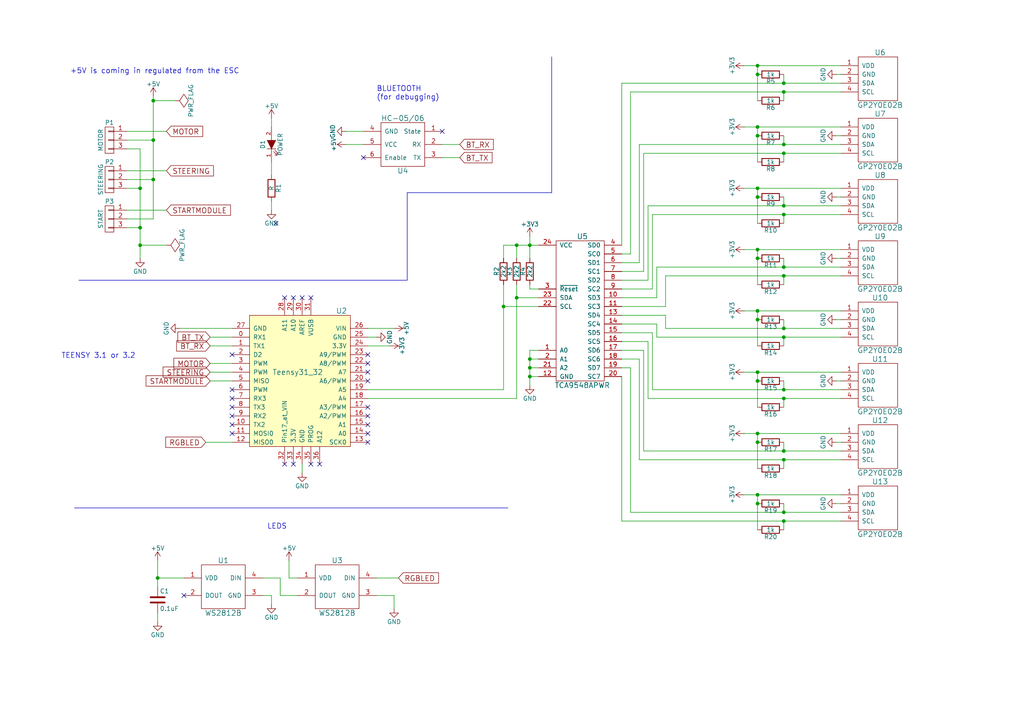
<source format=kicad_sch>
(kicad_sch (version 20230121) (generator eeschema)
  (paper "A4")
  (title_block (title "Teensy Folkrace i2c") (date "2016-03-25") (rev "1") (company "NorBot") (comment 1 "Frode Lillerud"))
  (lib_symbols
    (symbol "KiCadTeensyFolkracePro-rescue:+3.3V" (power) (pin_names (offset 0))
      (property "Value" "+3.3V" (at 0 3.556 0))
      (symbol "+3.3V_0_1"
        (polyline (pts (xy -0.762 1.27) (xy 0 2.54)))
        (polyline (pts (xy 0 0) (xy 0 2.54)))
        (polyline (pts (xy 0 2.54) (xy 0.762 1.27)))
      )
      (symbol "+3.3V_1_1"
        (pin power_in line (at 0 0 90) (length 0) hide (name "+3V3") (number "1"))
      )
    )
    (symbol "KiCadTeensyFolkracePro-rescue:+5V" (power) (pin_names (offset 0))
      (property "Value" "+5V" (at 0 3.556 0))
      (symbol "+5V_0_1"
        (polyline (pts (xy -0.762 1.27) (xy 0 2.54)))
        (polyline (pts (xy 0 0) (xy 0 2.54)))
        (polyline (pts (xy 0 2.54) (xy 0.762 1.27)))
      )
      (symbol "+5V_1_1"
        (pin power_in line (at 0 0 90) (length 0) hide (name "+5V") (number "1"))
      )
    )
    (symbol "KiCadTeensyFolkracePro-rescue:C" (pin_numbers hide) (pin_names (offset 0.254))
      (property "Reference" "C" (at 0.635 2.54 0))
      (property "Value" "C" (at 0.635 -2.54 0))
      (symbol "C_0_1"
        (polyline (pts (xy -2.032 -0.762) (xy 2.032 -0.762)) (stroke (width 0.508)))
        (polyline (pts (xy -2.032 0.762) (xy 2.032 0.762)) (stroke (width 0.508)))
      )
      (symbol "C_1_1"
        (pin passive line (at 0 3.81 270) (length 2.794) (name "~") (number "1"))
        (pin passive line (at 0 -3.81 90) (length 2.794) (name "~") (number "2"))
      )
    )
    (symbol "KiCadTeensyFolkracePro-rescue:CONN_01X03" (pin_names (offset 1.016) hide)
      (property "Reference" "P" (at 0 5.08 0))
      (property "Value" "CONN_01X03" (at 2.54 0 90))
      (symbol "CONN_01X03_0_1"
        (rectangle (start -1.27 -2.413) (end 0.254 -2.667))
        (rectangle (start -1.27 0.127) (end 0.254 -0.127))
        (rectangle (start -1.27 2.667) (end 0.254 2.413))
        (rectangle (start -1.27 3.81) (end 1.27 -3.81))
      )
      (symbol "CONN_01X03_1_1"
        (pin passive line (at -5.08 2.54 0) (length 3.81) (name "P1") (number "1"))
        (pin passive line (at -5.08 0 0) (length 3.81) (name "P2") (number "2"))
        (pin passive line (at -5.08 -2.54 0) (length 3.81) (name "P3") (number "3"))
      )
    )
    (symbol "KiCadTeensyFolkracePro-rescue:GND" (power) (pin_names (offset 0))
      (property "Value" "GND" (at 0 -3.81 0))
      (symbol "GND_0_1"
        (polyline (pts (xy 0 0) (xy 0 -1.27) (xy 1.27 -1.27) (xy 0 -2.54) (xy -1.27 -1.27) (xy 0 -1.27)))
      )
      (symbol "GND_1_1"
        (pin power_in line (at 0 0 270) (length 0) hide (name "GND") (number "1"))
      )
    )
    (symbol "KiCadTeensyFolkracePro-rescue:GP2Y0E02B-RESCUE-KiCadTeensyFolkracePro" (pin_names (offset 1.016))
      (property "Reference" "U" (at 0 7.62 0))
      (property "Value" "GP2Y0E02B-RESCUE-KiCadTeensyFolkracePro" (at 0 -7.62 0))
      (symbol "GP2Y0E02B-RESCUE-KiCadTeensyFolkracePro_0_1"
        (rectangle (start -6.35 6.35) (end 5.08 -6.35))
      )
      (symbol "GP2Y0E02B-RESCUE-KiCadTeensyFolkracePro_1_1"
        (pin power_in line (at -11.43 3.81 0) (length 5.08) (name "VDD") (number "1"))
        (pin power_in line (at -11.43 1.27 0) (length 5.08) (name "GND") (number "2"))
        (pin input line (at -11.43 -1.27 0) (length 5.08) (name "SDA") (number "3"))
        (pin input line (at -11.43 -3.81 0) (length 5.08) (name "SCL") (number "4"))
      )
    )
    (symbol "KiCadTeensyFolkracePro-rescue:HC-05/06" (pin_names (offset 1.016))
      (property "Reference" "U" (at 0 -7.62 0))
      (property "Value" "HC-05/06" (at 0 7.62 0))
      (symbol "HC-05/06_0_1"
        (rectangle (start -6.35 6.35) (end 6.35 -6.35))
      )
      (symbol "HC-05/06_1_1"
        (pin output line (at 11.43 3.81 180) (length 5.08) (name "State") (number "1"))
        (pin input line (at 11.43 0 180) (length 5.08) (name "RX") (number "2"))
        (pin output line (at 11.43 -3.81 180) (length 5.08) (name "TX") (number "3"))
        (pin power_in line (at -11.43 3.81 0) (length 5.08) (name "GND") (number "4"))
        (pin power_in line (at -11.43 0 0) (length 5.08) (name "VCC") (number "5"))
        (pin input line (at -11.43 -3.81 0) (length 5.08) (name "Enable") (number "6"))
      )
    )
    (symbol "KiCadTeensyFolkracePro-rescue:LED" (pin_names (offset 1.016) hide)
      (property "Reference" "D" (at 0 2.54 0))
      (property "Value" "LED" (at 0 -2.54 0))
      (symbol "LED_0_1"
        (polyline (pts (xy -1.27 1.27) (xy -1.27 -1.27)))
        (polyline (pts (xy -2.032 -0.635) (xy -3.175 -1.651) (xy -3.048 -1.016)))
        (polyline (pts (xy -1.651 -1.016) (xy -2.794 -2.032) (xy -2.667 -1.397)))
        (polyline (pts (xy 1.27 1.27) (xy -1.27 0) (xy 1.27 -1.27)) (fill (type outline)))
      )
      (symbol "LED_1_1"
        (pin passive line (at -5.08 0 0) (length 3.81) (name "K") (number "1"))
        (pin passive line (at 5.08 0 180) (length 3.81) (name "A") (number "2"))
      )
    )
    (symbol "KiCadTeensyFolkracePro-rescue:PWR_FLAG" (power) (pin_numbers hide) (pin_names (offset 0) hide)
      (property "Value" "PWR_FLAG" (at 0 4.572 0))
      (symbol "PWR_FLAG_0_0"
        (pin power_out line (at 0 0 90) (length 0) (name "pwr") (number "1"))
      )
      (symbol "PWR_FLAG_0_1"
        (polyline (pts (xy 0 0) (xy 0 1.27) (xy -1.905 2.54) (xy 0 3.81) (xy 1.905 2.54) (xy 0 1.27)))
      )
    )
    (symbol "KiCadTeensyFolkracePro-rescue:R" (pin_numbers hide) (pin_names (offset 0))
      (property "Reference" "R" (at 2.032 0 90))
      (property "Value" "R" (at 0 0 90))
      (symbol "R_0_1"
        (rectangle (start -1.016 -2.54) (end 1.016 2.54) (stroke (width 0.254)))
      )
      (symbol "R_1_1"
        (pin passive line (at 0 3.81 270) (length 1.27) (name "~") (number "1"))
        (pin passive line (at 0 -3.81 90) (length 1.27) (name "~") (number "2"))
      )
    )
    (symbol "KiCadTeensyFolkracePro-rescue:TCA9548APWR" (pin_names (offset 1.016))
      (property "Reference" "U" (at 0 15.24 0))
      (property "Value" "TCA9548APWR" (at 0 -27.94 0))
      (symbol "TCA9548APWR_0_1"
        (rectangle (start -7.62 13.97) (end 6.35 -26.67))
      )
      (symbol "TCA9548APWR_1_1"
        (pin input line (at -12.7 -17.78 0) (length 5.08) (name "A0") (number "1"))
        (pin output line (at 11.43 -2.54 180) (length 5.08) (name "SD3") (number "10"))
        (pin output line (at 11.43 -5.08 180) (length 5.08) (name "SC3") (number "11"))
        (pin input line (at -12.7 -25.4 0) (length 5.08) (name "GND") (number "12"))
        (pin output line (at 11.43 -7.62 180) (length 5.08) (name "SD4") (number "13"))
        (pin output line (at 11.43 -10.16 180) (length 5.08) (name "SC4") (number "14"))
        (pin output line (at 11.43 -12.7 180) (length 5.08) (name "SD5") (number "15"))
        (pin output line (at 11.43 -15.24 180) (length 5.08) (name "SC5") (number "16"))
        (pin output line (at 11.43 -17.78 180) (length 5.08) (name "SD6") (number "17"))
        (pin output line (at 11.43 -20.32 180) (length 5.08) (name "SC6") (number "18"))
        (pin output line (at 11.43 -22.86 180) (length 5.08) (name "SD7") (number "19"))
        (pin input line (at -12.7 -20.32 0) (length 5.08) (name "A1") (number "2"))
        (pin output line (at 11.43 -25.4 180) (length 5.08) (name "SC7") (number "20"))
        (pin input line (at -12.7 -22.86 0) (length 5.08) (name "A2") (number "21"))
        (pin input line (at -12.7 -5.08 0) (length 5.08) (name "SCL") (number "22"))
        (pin input line (at -12.7 -2.54 0) (length 5.08) (name "SDA") (number "23"))
        (pin power_in line (at -12.7 12.7 0) (length 5.08) (name "VCC") (number "24"))
        (pin input line (at -12.7 0 0) (length 5.08) (name "~{Reset}") (number "3"))
        (pin output line (at 11.43 12.7 180) (length 5.08) (name "SD0") (number "4"))
        (pin output line (at 11.43 10.16 180) (length 5.08) (name "SC0") (number "5"))
        (pin output line (at 11.43 7.62 180) (length 5.08) (name "SD1") (number "6"))
        (pin output line (at 11.43 5.08 180) (length 5.08) (name "SC1") (number "7"))
        (pin output line (at 11.43 2.54 180) (length 5.08) (name "SD2") (number "8"))
        (pin output line (at 11.43 0 180) (length 5.08) (name "SC2") (number "9"))
      )
    )
    (symbol "KiCadTeensyFolkracePro-rescue:Teensy31_32" (pin_names (offset 1.016))
      (property "Reference" "U" (at 12.7 20.32 0))
      (property "Value" "Teensy31_32" (at 0 2.54 0))
      (symbol "Teensy31_32_0_1"
        (rectangle (start -13.97 19.05) (end 15.24 -19.05) (fill (type background)))
      )
      (symbol "Teensy31_32_1_1"
        (pin bidirectional line (at -19.05 12.7 0) (length 5.08) (name "RX1") (number "0"))
        (pin bidirectional line (at -19.05 10.16 0) (length 5.08) (name "TX1") (number "1"))
        (pin bidirectional line (at -19.05 -12.7 0) (length 5.08) (name "TX2") (number "10"))
        (pin bidirectional line (at -19.05 -15.24 0) (length 5.08) (name "MOSI0") (number "11"))
        (pin bidirectional line (at -19.05 -17.78 0) (length 5.08) (name "MISO0") (number "12"))
        (pin bidirectional line (at 20.32 -17.78 180) (length 5.08) (name "SCK0") (number "13"))
        (pin bidirectional line (at 20.32 -15.24 180) (length 5.08) (name "A0") (number "14"))
        (pin bidirectional line (at 20.32 -12.7 180) (length 5.08) (name "A1") (number "15"))
        (pin bidirectional line (at 20.32 -10.16 180) (length 5.08) (name "A2/PWM") (number "16"))
        (pin bidirectional line (at 20.32 -7.62 180) (length 5.08) (name "A3/PWM") (number "17"))
        (pin bidirectional line (at 20.32 -5.08 180) (length 5.08) (name "A4") (number "18"))
        (pin bidirectional line (at 20.32 -2.54 180) (length 5.08) (name "A5") (number "19"))
        (pin bidirectional line (at -19.05 7.62 0) (length 5.08) (name "D2") (number "2"))
        (pin bidirectional line (at 20.32 0 180) (length 5.08) (name "A6/PWM") (number "20"))
        (pin bidirectional line (at 20.32 2.54 180) (length 5.08) (name "A7") (number "21"))
        (pin bidirectional line (at 20.32 5.08 180) (length 5.08) (name "A8/PWM") (number "22"))
        (pin bidirectional line (at 20.32 7.62 180) (length 5.08) (name "A9/PWM") (number "23"))
        (pin power_out line (at 20.32 10.16 180) (length 5.08) (name "3.3V") (number "24"))
        (pin power_in line (at 20.32 12.7 180) (length 5.08) (name "GND") (number "25"))
        (pin power_in line (at 20.32 15.24 180) (length 5.08) (name "VIN") (number "26"))
        (pin power_in line (at -19.05 15.24 0) (length 5.08) (name "GND") (number "27"))
        (pin bidirectional line (at -3.81 24.13 270) (length 5.08) (name "A11") (number "28"))
        (pin bidirectional line (at -1.27 24.13 270) (length 5.08) (name "A10") (number "29"))
        (pin bidirectional line (at -19.05 5.08 0) (length 5.08) (name "PWM") (number "3"))
        (pin power_in line (at 1.27 24.13 270) (length 5.08) (name "AREF") (number "30"))
        (pin power_in line (at 3.81 24.13 270) (length 5.08) (name "VUSB") (number "31"))
        (pin input line (at -3.81 -24.13 90) (length 5.08) (name "Pin17_at_VIN") (number "32"))
        (pin power_out line (at -1.27 -24.13 90) (length 5.08) (name "3.3V") (number "33"))
        (pin power_in line (at 1.27 -24.13 90) (length 5.08) (name "GND") (number "34"))
        (pin input line (at 3.81 -24.13 90) (length 5.08) (name "PROG") (number "35"))
        (pin input line (at 6.35 -24.13 90) (length 5.08) (name "A12") (number "36"))
        (pin bidirectional line (at -19.05 2.54 0) (length 5.08) (name "PWM") (number "4"))
        (pin bidirectional line (at -19.05 0 0) (length 5.08) (name "MISO") (number "5"))
        (pin bidirectional line (at -19.05 -2.54 0) (length 5.08) (name "PWM") (number "6"))
        (pin bidirectional line (at -19.05 -5.08 0) (length 5.08) (name "RX3") (number "7"))
        (pin bidirectional line (at -19.05 -7.62 0) (length 5.08) (name "TX3") (number "8"))
        (pin bidirectional line (at -19.05 -10.16 0) (length 5.08) (name "RX2") (number "9"))
      )
    )
    (symbol "KiCadTeensyFolkracePro-rescue:WS2812B" (pin_names (offset 1.016))
      (property "Reference" "U" (at 0 7.62 0))
      (property "Value" "WS2812B" (at 0 -7.62 0))
      (symbol "WS2812B_0_1"
        (rectangle (start -6.35 6.35) (end 6.35 -6.35))
      )
      (symbol "WS2812B_1_1"
        (pin power_in line (at -11.43 2.54 0) (length 5.08) (name "VDD") (number "1"))
        (pin output line (at -11.43 -2.54 0) (length 5.08) (name "DOUT") (number "2"))
        (pin power_in line (at 11.43 -2.54 180) (length 5.08) (name "GND") (number "3"))
        (pin input line (at 11.43 2.54 180) (length 5.08) (name "DIN") (number "4"))
      )
    )
  )
  (junction (at 227.33 151.13))
  (junction (at 45.72 167.64))
  (junction (at 219.71 107.95))
  (junction (at 227.33 148.59))
  (junction (at 44.45 52.07))
  (junction (at 153.67 104.14))
  (junction (at 219.71 110.49))
  (junction (at 219.71 90.17))
  (junction (at 219.71 143.51))
  (junction (at 227.33 80.01))
  (junction (at 219.71 54.61))
  (junction (at 227.33 95.25))
  (junction (at 149.86 71.12))
  (junction (at 40.64 71.12))
  (junction (at 44.45 29.21))
  (junction (at 219.71 125.73))
  (junction (at 153.67 106.68))
  (junction (at 227.33 113.03))
  (junction (at 227.33 41.91))
  (junction (at 227.33 24.13))
  (junction (at 146.05 88.9))
  (junction (at 227.33 26.67))
  (junction (at 219.71 36.83))
  (junction (at 40.64 66.04))
  (junction (at 219.71 72.39))
  (junction (at 44.45 40.64))
  (junction (at 40.64 54.61))
  (junction (at 153.67 109.22))
  (junction (at 227.33 44.45))
  (junction (at 219.71 74.93))
  (junction (at 227.33 133.35))
  (junction (at 219.71 39.37))
  (junction (at 227.33 115.57))
  (junction (at 227.33 77.47))
  (junction (at 219.71 146.05))
  (junction (at 153.67 71.12))
  (junction (at 149.86 86.36))
  (junction (at 227.33 62.23))
  (junction (at 219.71 57.15))
  (junction (at 219.71 21.59))
  (junction (at 219.71 128.27))
  (junction (at 227.33 59.69))
  (junction (at 219.71 92.71))
  (junction (at 227.33 97.79))
  (junction (at 227.33 130.81))
  (junction (at 219.71 19.05))
  (no_connect (at 67.31 123.19))
  (no_connect (at 53.34 172.72))
  (no_connect (at 128.27 38.1))
  (no_connect (at 105.41 45.72))
  (no_connect (at 106.68 107.95))
  (no_connect (at 106.68 123.19))
  (no_connect (at 92.71 134.62))
  (no_connect (at 80.01 64.77))
  (no_connect (at 106.68 120.65))
  (no_connect (at 106.68 128.27))
  (no_connect (at 85.09 134.62))
  (no_connect (at 82.55 86.36))
  (no_connect (at 90.17 134.62))
  (no_connect (at 67.31 115.57))
  (no_connect (at 67.31 102.87))
  (no_connect (at 67.31 113.03))
  (no_connect (at 67.31 120.65))
  (no_connect (at 106.68 125.73))
  (no_connect (at 106.68 110.49))
  (no_connect (at 106.68 118.11))
  (no_connect (at 85.09 86.36))
  (no_connect (at 87.63 86.36))
  (no_connect (at 90.17 86.36))
  (no_connect (at 106.68 105.41))
  (no_connect (at 82.55 134.62))
  (no_connect (at 67.31 125.73))
  (no_connect (at 106.68 102.87))
  (no_connect (at 67.31 118.11))
  (wire (pts (xy 78.74 36.83) (xy 78.74 34.29)))
  (wire (pts (xy 60.96 107.95) (xy 67.31 107.95)))
  (wire (pts (xy 227.33 62.23) (xy 243.84 62.23)))
  (wire (pts (xy 50.8 29.21) (xy 44.45 29.21)))
  (wire (pts (xy 227.33 21.59) (xy 227.33 24.13)))
  (wire (pts (xy 128.27 45.72) (xy 133.35 45.72)))
  (wire (pts (xy 60.96 97.79) (xy 67.31 97.79)))
  (wire (pts (xy 180.34 104.14) (xy 185.42 104.14)))
  (wire (pts (xy 153.67 109.22) (xy 156.21 109.22)))
  (polyline (pts (xy 21.59 147.32) (xy 147.32 147.32)))
  (wire (pts (xy 215.9 125.73) (xy 219.71 125.73)))
  (wire (pts (xy 153.67 71.12) (xy 153.67 74.93)))
  (wire (pts (xy 190.5 77.47) (xy 227.33 77.47)))
  (wire (pts (xy 185.42 133.35) (xy 227.33 133.35)))
  (wire (pts (xy 156.21 106.68) (xy 153.67 106.68)))
  (wire (pts (xy 227.33 97.79) (xy 227.33 100.33)))
  (wire (pts (xy 149.86 86.36) (xy 149.86 115.57)))
  (wire (pts (xy 180.34 151.13) (xy 227.33 151.13)))
  (wire (pts (xy 219.71 39.37) (xy 219.71 46.99)))
  (wire (pts (xy 180.34 73.66) (xy 182.88 73.66)))
  (wire (pts (xy 186.69 130.81) (xy 186.69 101.6)))
  (wire (pts (xy 215.9 72.39) (xy 219.71 72.39)))
  (wire (pts (xy 40.64 71.12) (xy 40.64 74.93)))
  (wire (pts (xy 227.33 133.35) (xy 227.33 135.89)))
  (wire (pts (xy 190.5 97.79) (xy 190.5 93.98)))
  (wire (pts (xy 186.69 101.6) (xy 180.34 101.6)))
  (wire (pts (xy 243.84 57.15) (xy 242.57 57.15)))
  (wire (pts (xy 215.9 36.83) (xy 219.71 36.83)))
  (wire (pts (xy 146.05 82.55) (xy 146.05 88.9)))
  (wire (pts (xy 156.21 101.6) (xy 153.67 101.6)))
  (wire (pts (xy 186.69 44.45) (xy 227.33 44.45)))
  (wire (pts (xy 219.71 36.83) (xy 219.71 39.37)))
  (wire (pts (xy 227.33 24.13) (xy 243.84 24.13)))
  (wire (pts (xy 78.74 172.72) (xy 78.74 175.26)))
  (wire (pts (xy 219.71 19.05) (xy 219.71 21.59)))
  (wire (pts (xy 227.33 97.79) (xy 243.84 97.79)))
  (wire (pts (xy 227.33 77.47) (xy 243.84 77.47)))
  (wire (pts (xy 182.88 73.66) (xy 182.88 26.67)))
  (wire (pts (xy 180.34 78.74) (xy 186.69 78.74)))
  (wire (pts (xy 227.33 151.13) (xy 243.84 151.13)))
  (wire (pts (xy 227.33 146.05) (xy 227.33 148.59)))
  (wire (pts (xy 219.71 143.51) (xy 219.71 146.05)))
  (wire (pts (xy 36.83 60.96) (xy 48.26 60.96)))
  (wire (pts (xy 78.74 50.8) (xy 78.74 46.99)))
  (polyline (pts (xy 118.11 55.88) (xy 160.02 55.88)))
  (wire (pts (xy 36.83 43.18) (xy 40.64 43.18)))
  (wire (pts (xy 106.68 100.33) (xy 113.03 100.33)))
  (wire (pts (xy 227.33 92.71) (xy 227.33 95.25)))
  (wire (pts (xy 180.34 96.52) (xy 189.23 96.52)))
  (wire (pts (xy 227.33 115.57) (xy 227.33 118.11)))
  (wire (pts (xy 219.71 128.27) (xy 219.71 135.89)))
  (wire (pts (xy 44.45 27.94) (xy 44.45 29.21)))
  (wire (pts (xy 215.9 54.61) (xy 219.71 54.61)))
  (wire (pts (xy 153.67 68.58) (xy 153.67 71.12)))
  (wire (pts (xy 187.96 115.57) (xy 227.33 115.57)))
  (wire (pts (xy 44.45 40.64) (xy 44.45 52.07)))
  (wire (pts (xy 105.41 41.91) (xy 100.33 41.91)))
  (wire (pts (xy 215.9 19.05) (xy 219.71 19.05)))
  (polyline (pts (xy 22.86 81.28) (xy 118.11 81.28)))
  (wire (pts (xy 227.33 130.81) (xy 243.84 130.81)))
  (wire (pts (xy 153.67 106.68) (xy 153.67 109.22)))
  (wire (pts (xy 81.28 172.72) (xy 86.36 172.72)))
  (wire (pts (xy 185.42 76.2) (xy 185.42 41.91)))
  (wire (pts (xy 227.33 39.37) (xy 227.33 41.91)))
  (wire (pts (xy 153.67 109.22) (xy 153.67 111.76)))
  (wire (pts (xy 187.96 99.06) (xy 187.96 115.57)))
  (wire (pts (xy 187.96 99.06) (xy 180.34 99.06)))
  (wire (pts (xy 227.33 44.45) (xy 227.33 46.99)))
  (wire (pts (xy 40.64 66.04) (xy 36.83 66.04)))
  (wire (pts (xy 156.21 83.82) (xy 153.67 83.82)))
  (wire (pts (xy 219.71 54.61) (xy 219.71 57.15)))
  (wire (pts (xy 185.42 41.91) (xy 227.33 41.91)))
  (wire (pts (xy 52.07 95.25) (xy 67.31 95.25)))
  (wire (pts (xy 36.83 54.61) (xy 40.64 54.61)))
  (wire (pts (xy 187.96 59.69) (xy 227.33 59.69)))
  (wire (pts (xy 227.33 95.25) (xy 243.84 95.25)))
  (wire (pts (xy 193.04 95.25) (xy 227.33 95.25)))
  (wire (pts (xy 106.68 95.25) (xy 114.3 95.25)))
  (wire (pts (xy 182.88 148.59) (xy 182.88 106.68)))
  (wire (pts (xy 219.71 90.17) (xy 219.71 92.71)))
  (wire (pts (xy 153.67 83.82) (xy 153.67 82.55)))
  (wire (pts (xy 219.71 92.71) (xy 219.71 100.33)))
  (wire (pts (xy 189.23 62.23) (xy 227.33 62.23)))
  (wire (pts (xy 243.84 110.49) (xy 242.57 110.49)))
  (wire (pts (xy 219.71 72.39) (xy 219.71 74.93)))
  (wire (pts (xy 219.71 36.83) (xy 243.84 36.83)))
  (wire (pts (xy 44.45 29.21) (xy 44.45 40.64)))
  (wire (pts (xy 40.64 54.61) (xy 40.64 66.04)))
  (wire (pts (xy 182.88 148.59) (xy 227.33 148.59)))
  (wire (pts (xy 193.04 88.9) (xy 180.34 88.9)))
  (wire (pts (xy 81.28 167.64) (xy 81.28 172.72)))
  (wire (pts (xy 227.33 62.23) (xy 227.33 64.77)))
  (wire (pts (xy 189.23 62.23) (xy 189.23 83.82)))
  (wire (pts (xy 227.33 151.13) (xy 227.33 153.67)))
  (wire (pts (xy 219.71 21.59) (xy 219.71 29.21)))
  (wire (pts (xy 45.72 162.56) (xy 45.72 167.64)))
  (wire (pts (xy 190.5 86.36) (xy 190.5 77.47)))
  (wire (pts (xy 40.64 66.04) (xy 40.64 71.12)))
  (wire (pts (xy 44.45 40.64) (xy 36.83 40.64)))
  (wire (pts (xy 182.88 106.68) (xy 180.34 106.68)))
  (wire (pts (xy 243.84 146.05) (xy 242.57 146.05)))
  (wire (pts (xy 243.84 74.93) (xy 242.57 74.93)))
  (wire (pts (xy 227.33 110.49) (xy 227.33 113.03)))
  (wire (pts (xy 227.33 26.67) (xy 243.84 26.67)))
  (wire (pts (xy 219.71 19.05) (xy 243.84 19.05)))
  (wire (pts (xy 189.23 96.52) (xy 189.23 113.03)))
  (wire (pts (xy 133.35 41.91) (xy 128.27 41.91)))
  (wire (pts (xy 180.34 91.44) (xy 193.04 91.44)))
  (wire (pts (xy 219.71 90.17) (xy 243.84 90.17)))
  (wire (pts (xy 149.86 74.93) (xy 149.86 71.12)))
  (wire (pts (xy 36.83 38.1) (xy 48.26 38.1)))
  (wire (pts (xy 215.9 90.17) (xy 219.71 90.17)))
  (wire (pts (xy 76.2 172.72) (xy 78.74 172.72)))
  (wire (pts (xy 219.71 143.51) (xy 243.84 143.51)))
  (wire (pts (xy 219.71 54.61) (xy 243.84 54.61)))
  (wire (pts (xy 219.71 146.05) (xy 219.71 153.67)))
  (wire (pts (xy 44.45 52.07) (xy 36.83 52.07)))
  (wire (pts (xy 48.26 71.12) (xy 40.64 71.12)))
  (wire (pts (xy 44.45 63.5) (xy 36.83 63.5)))
  (wire (pts (xy 227.33 128.27) (xy 227.33 130.81)))
  (wire (pts (xy 219.71 107.95) (xy 219.71 110.49)))
  (wire (pts (xy 215.9 107.95) (xy 219.71 107.95)))
  (wire (pts (xy 219.71 125.73) (xy 219.71 128.27)))
  (wire (pts (xy 44.45 52.07) (xy 44.45 63.5)))
  (wire (pts (xy 182.88 26.67) (xy 227.33 26.67)))
  (wire (pts (xy 67.31 105.41) (xy 60.96 105.41)))
  (wire (pts (xy 149.86 82.55) (xy 149.86 86.36)))
  (wire (pts (xy 146.05 71.12) (xy 149.86 71.12)))
  (wire (pts (xy 185.42 104.14) (xy 185.42 133.35)))
  (wire (pts (xy 219.71 110.49) (xy 219.71 118.11)))
  (polyline (pts (xy 118.11 81.28) (xy 118.11 55.88)))
  (wire (pts (xy 156.21 86.36) (xy 149.86 86.36)))
  (wire (pts (xy 186.69 78.74) (xy 186.69 44.45)))
  (wire (pts (xy 180.34 24.13) (xy 227.33 24.13)))
  (wire (pts (xy 45.72 167.64) (xy 53.34 167.64)))
  (wire (pts (xy 243.84 39.37) (xy 242.57 39.37)))
  (wire (pts (xy 180.34 76.2) (xy 185.42 76.2)))
  (wire (pts (xy 227.33 148.59) (xy 243.84 148.59)))
  (wire (pts (xy 67.31 128.27) (xy 59.69 128.27)))
  (wire (pts (xy 67.31 110.49) (xy 60.96 110.49)))
  (wire (pts (xy 40.64 43.18) (xy 40.64 54.61)))
  (wire (pts (xy 227.33 113.03) (xy 243.84 113.03)))
  (wire (pts (xy 45.72 177.8) (xy 45.72 180.34)))
  (wire (pts (xy 193.04 80.01) (xy 227.33 80.01)))
  (wire (pts (xy 100.33 38.1) (xy 105.41 38.1)))
  (wire (pts (xy 219.71 107.95) (xy 243.84 107.95)))
  (wire (pts (xy 109.22 97.79) (xy 106.68 97.79)))
  (wire (pts (xy 156.21 88.9) (xy 146.05 88.9)))
  (wire (pts (xy 67.31 100.33) (xy 60.96 100.33)))
  (wire (pts (xy 86.36 167.64) (xy 83.82 167.64)))
  (wire (pts (xy 48.26 49.53) (xy 36.83 49.53)))
  (wire (pts (xy 227.33 26.67) (xy 227.33 29.21)))
  (wire (pts (xy 78.74 60.96) (xy 78.74 58.42)))
  (wire (pts (xy 146.05 74.93) (xy 146.05 71.12)))
  (wire (pts (xy 219.71 125.73) (xy 243.84 125.73)))
  (wire (pts (xy 189.23 113.03) (xy 227.33 113.03)))
  (wire (pts (xy 115.57 167.64) (xy 109.22 167.64)))
  (wire (pts (xy 153.67 71.12) (xy 156.21 71.12)))
  (wire (pts (xy 149.86 71.12) (xy 153.67 71.12)))
  (wire (pts (xy 190.5 97.79) (xy 227.33 97.79)))
  (wire (pts (xy 227.33 57.15) (xy 227.33 59.69)))
  (wire (pts (xy 227.33 44.45) (xy 243.84 44.45)))
  (wire (pts (xy 219.71 57.15) (xy 219.71 64.77)))
  (wire (pts (xy 193.04 80.01) (xy 193.04 88.9)))
  (polyline (pts (xy 160.02 55.88) (xy 160.02 16.51)))
  (wire (pts (xy 146.05 88.9) (xy 146.05 113.03)))
  (wire (pts (xy 180.34 109.22) (xy 180.34 151.13)))
  (wire (pts (xy 87.63 134.62) (xy 87.63 137.16)))
  (wire (pts (xy 227.33 133.35) (xy 243.84 133.35)))
  (wire (pts (xy 227.33 80.01) (xy 227.33 82.55)))
  (wire (pts (xy 180.34 71.12) (xy 180.34 24.13)))
  (wire (pts (xy 153.67 101.6) (xy 153.67 104.14)))
  (wire (pts (xy 227.33 115.57) (xy 243.84 115.57)))
  (wire (pts (xy 227.33 80.01) (xy 243.84 80.01)))
  (wire (pts (xy 149.86 115.57) (xy 106.68 115.57)))
  (wire (pts (xy 109.22 172.72) (xy 114.3 172.72)))
  (wire (pts (xy 219.71 72.39) (xy 243.84 72.39)))
  (wire (pts (xy 146.05 113.03) (xy 106.68 113.03)))
  (wire (pts (xy 215.9 143.51) (xy 219.71 143.51)))
  (wire (pts (xy 243.84 92.71) (xy 242.57 92.71)))
  (wire (pts (xy 189.23 83.82) (xy 180.34 83.82)))
  (wire (pts (xy 180.34 86.36) (xy 190.5 86.36)))
  (wire (pts (xy 156.21 104.14) (xy 153.67 104.14)))
  (wire (pts (xy 187.96 81.28) (xy 187.96 59.69)))
  (wire (pts (xy 243.84 128.27) (xy 242.57 128.27)))
  (wire (pts (xy 180.34 81.28) (xy 187.96 81.28)))
  (wire (pts (xy 193.04 91.44) (xy 193.04 95.25)))
  (wire (pts (xy 219.71 74.93) (xy 219.71 82.55)))
  (wire (pts (xy 83.82 167.64) (xy 83.82 162.56)))
  (wire (pts (xy 243.84 21.59) (xy 242.57 21.59)))
  (wire (pts (xy 186.69 130.81) (xy 227.33 130.81)))
  (wire (pts (xy 227.33 59.69) (xy 243.84 59.69)))
  (wire (pts (xy 153.67 104.14) (xy 153.67 106.68)))
  (wire (pts (xy 45.72 167.64) (xy 45.72 170.18)))
  (wire (pts (xy 114.3 172.72) (xy 114.3 176.53)))
  (wire (pts (xy 227.33 74.93) (xy 227.33 77.47)))
  (wire (pts (xy 76.2 167.64) (xy 81.28 167.64)))
  (wire (pts (xy 190.5 93.98) (xy 180.34 93.98)))
  (wire (pts (xy 227.33 41.91) (xy 243.84 41.91)))
  (text "LEDS" (at 77.47 153.67 0) (effects (font (size 1.524 1.524)) (justify left bottom)))
  (text "TEENSY 3.1 or 3.2" (at 17.78 104.14 0) (effects (font (size 1.524 1.524)) (justify left bottom)))
  (text "BLUETOOTH\n(for debugging)" (at 109.22 29.21 0) (effects (font (size 1.524 1.524)) (justify left bottom)))
  (text "+5V is coming in regulated from the ESC" (at 20.32 21.59 0) (effects (font (size 1.524 1.524)) (justify left bottom)))
  (global_label "STARTMODULE" (shape input) (at 60.96 110.49 180) (effects (font (size 1.524 1.524))) (property "Intersheetrefs" "${INTERSHEET_REFS}" (effects hide)))
  (global_label "STEERING" (shape input) (at 48.26 49.53 0) (effects (font (size 1.524 1.524))) (property "Intersheetrefs" "${INTERSHEET_REFS}" (effects hide)))
  (global_label "BT_TX" (shape input) (at 133.35 45.72 0) (effects (font (size 1.524 1.524))) (property "Intersheetrefs" "${INTERSHEET_REFS}" (effects hide)))
  (global_label "BT_RX" (shape input) (at 133.35 41.91 0) (effects (font (size 1.524 1.524))) (property "Intersheetrefs" "${INTERSHEET_REFS}" (effects hide)))
  (global_label "BT_RX" (shape input) (at 60.96 100.33 180) (effects (font (size 1.524 1.524))) (property "Intersheetrefs" "${INTERSHEET_REFS}" (effects hide)))
  (global_label "RGBLED" (shape input) (at 59.69 128.27 180) (effects (font (size 1.524 1.524))) (property "Intersheetrefs" "${INTERSHEET_REFS}" (effects hide)))
  (global_label "BT_TX" (shape input) (at 60.96 97.79 180) (effects (font (size 1.524 1.524))) (property "Intersheetrefs" "${INTERSHEET_REFS}" (effects hide)))
  (global_label "MOTOR" (shape input) (at 48.26 38.1 0) (effects (font (size 1.524 1.524))) (property "Intersheetrefs" "${INTERSHEET_REFS}" (effects hide)))
  (global_label "MOTOR" (shape input) (at 60.96 105.41 180) (effects (font (size 1.524 1.524))) (property "Intersheetrefs" "${INTERSHEET_REFS}" (effects hide)))
  (global_label "RGBLED" (shape input) (at 115.57 167.64 0) (effects (font (size 1.524 1.524))) (property "Intersheetrefs" "${INTERSHEET_REFS}" (effects hide)))
  (global_label "STARTMODULE" (shape input) (at 48.26 60.96 0) (effects (font (size 1.524 1.524))) (property "Intersheetrefs" "${INTERSHEET_REFS}" (effects hide)))
  (global_label "STEERING" (shape input) (at 60.96 107.95 180) (effects (font (size 1.524 1.524))) (property "Intersheetrefs" "${INTERSHEET_REFS}" (effects hide)))
  (symbol (lib_id "KiCadTeensyFolkracePro-rescue:Teensy31_32") (at 86.36 110.49 0) (unit 1)
    (property "Reference" "U2" (at 99.06 90.17 0) (effects (font (size 1.524 1.524))))
    (property "Value" "Teensy31_32" (at 86.36 107.95 0) (effects (font (size 1.524 1.524))))
    (property "Footprint" "NorBotKiCadFootprints:Teensy-3.1_3.2" (effects hide))
  )
  (symbol (lib_id "KiCadTeensyFolkracePro-rescue:TCA9548APWR") (at 168.91 83.82 0) (unit 1)
    (property "Reference" "U5" (at 168.91 68.58 0) (effects (font (size 1.524 1.524))))
    (property "Value" "TCA9548APWR" (at 168.91 111.76 0) (effects (font (size 1.524 1.524))))
    (property "Footprint" "Housings_SSOP:TSSOP-24_4.4x7.8mm_Pitch0.65mm" (effects hide))
  )
  (symbol (lib_id "KiCadTeensyFolkracePro-rescue:GP2Y0E02B-RESCUE-KiCadTeensyFolkracePro") (at 255.27 22.86 0) (unit 1)
    (property "Reference" "U6" (at 255.27 15.24 0) (effects (font (size 1.524 1.524))))
    (property "Value" "GP2Y0E02B" (at 255.27 30.48 0) (effects (font (size 1.524 1.524))))
    (property "Footprint" "JST-SH:JST-BM-04B-SRSS-TB" (effects hide))
  )
  (symbol (lib_id "KiCadTeensyFolkracePro-rescue:+5V") (at 44.45 27.94 0) (unit 1)
    (property "Reference" "#PWR01" (effects hide))
    (property "Value" "+5V" (at 44.45 24.384 0))
  )
  (symbol (lib_id "KiCadTeensyFolkracePro-rescue:GND") (at 40.64 74.93 0) (unit 1)
    (property "Reference" "#PWR02" (effects hide))
    (property "Value" "GND" (at 40.64 78.74 0))
  )
  (symbol (lib_id "KiCadTeensyFolkracePro-rescue:CONN_01X03") (at 31.75 40.64 0) (mirror y) (unit 1)
    (property "Reference" "P1" (at 31.75 35.56 0))
    (property "Value" "MOTOR" (at 29.21 40.64 90))
    (property "Footprint" "Pin_Headers:Pin_Header_Straight_1x03" (effects hide))
  )
  (symbol (lib_id "KiCadTeensyFolkracePro-rescue:CONN_01X03") (at 31.75 52.07 0) (mirror y) (unit 1)
    (property "Reference" "P2" (at 31.75 46.99 0))
    (property "Value" "STEERING" (at 29.21 52.07 90))
    (property "Footprint" "Pin_Headers:Pin_Header_Straight_1x03" (effects hide))
  )
  (symbol (lib_id "KiCadTeensyFolkracePro-rescue:CONN_01X03") (at 31.75 63.5 0) (mirror y) (unit 1)
    (property "Reference" "P3" (at 31.75 58.42 0))
    (property "Value" "START" (at 29.21 63.5 90))
    (property "Footprint" "Pin_Headers:Pin_Header_Straight_1x03" (effects hide))
  )
  (symbol (lib_id "KiCadTeensyFolkracePro-rescue:WS2812B") (at 97.79 170.18 0) (unit 1)
    (property "Reference" "U3" (at 97.79 162.56 0) (effects (font (size 1.524 1.524))))
    (property "Value" "WS2812B" (at 97.79 177.8 0) (effects (font (size 1.524 1.524))))
    (property "Footprint" "WS2812B:WS2812B" (effects hide))
  )
  (symbol (lib_id "KiCadTeensyFolkracePro-rescue:GND") (at 114.3 176.53 0) (unit 1)
    (property "Reference" "#PWR03" (effects hide))
    (property "Value" "GND" (at 114.3 180.34 0))
  )
  (symbol (lib_id "KiCadTeensyFolkracePro-rescue:+5V") (at 45.72 162.56 0) (unit 1)
    (property "Reference" "#PWR04" (effects hide))
    (property "Value" "+5V" (at 45.72 159.004 0))
  )
  (symbol (lib_id "KiCadTeensyFolkracePro-rescue:+5V") (at 114.3 95.25 270) (unit 1)
    (property "Reference" "#PWR05" (effects hide))
    (property "Value" "+5V" (at 117.856 95.25 0))
  )
  (symbol (lib_id "KiCadTeensyFolkracePro-rescue:GND") (at 109.22 97.79 90) (unit 1)
    (property "Reference" "#PWR06" (effects hide))
    (property "Value" "GND" (at 113.03 97.79 0))
  )
  (symbol (lib_id "KiCadTeensyFolkracePro-rescue:+3.3V") (at 113.03 100.33 270) (unit 1)
    (property "Reference" "#PWR07" (effects hide))
    (property "Value" "+3.3V" (at 116.586 100.33 0))
  )
  (symbol (lib_id "KiCadTeensyFolkracePro-rescue:GND") (at 52.07 95.25 270) (unit 1)
    (property "Reference" "#PWR08" (effects hide))
    (property "Value" "GND" (at 48.26 95.25 0))
  )
  (symbol (lib_id "KiCadTeensyFolkracePro-rescue:HC-05/06") (at 116.84 41.91 0) (unit 1)
    (property "Reference" "U4" (at 116.84 49.53 0) (effects (font (size 1.524 1.524))))
    (property "Value" "HC-05/06" (at 116.84 34.29 0) (effects (font (size 1.524 1.524))))
    (property "Footprint" "Pin_Headers:Pin_Header_Straight_1x06" (effects hide))
  )
  (symbol (lib_id "KiCadTeensyFolkracePro-rescue:GND") (at 100.33 38.1 270) (unit 1)
    (property "Reference" "#PWR09" (effects hide))
    (property "Value" "GND" (at 96.52 38.1 0))
  )
  (symbol (lib_id "KiCadTeensyFolkracePro-rescue:+5V") (at 100.33 41.91 90) (unit 1)
    (property "Reference" "#PWR010" (effects hide))
    (property "Value" "+5V" (at 96.774 41.91 0))
  )
  (symbol (lib_id "KiCadTeensyFolkracePro-rescue:+3.3V") (at 215.9 19.05 90) (unit 1)
    (property "Reference" "#PWR011" (effects hide))
    (property "Value" "+3.3V" (at 212.344 19.05 0))
  )
  (symbol (lib_id "KiCadTeensyFolkracePro-rescue:GND") (at 242.57 21.59 270) (unit 1)
    (property "Reference" "#PWR012" (effects hide))
    (property "Value" "GND" (at 238.76 21.59 0))
  )
  (symbol (lib_id "KiCadTeensyFolkracePro-rescue:R") (at 223.52 29.21 270) (unit 1)
    (property "Reference" "R6" (at 223.52 31.242 90))
    (property "Value" "1k" (at 223.52 29.21 90))
    (property "Footprint" "Resistors_SMD:R_0603" (effects hide))
  )
  (symbol (lib_id "KiCadTeensyFolkracePro-rescue:R") (at 223.52 21.59 270) (unit 1)
    (property "Reference" "R5" (at 223.52 23.622 90))
    (property "Value" "1k" (at 223.52 21.59 90))
    (property "Footprint" "Resistors_SMD:R_0603" (effects hide))
  )
  (symbol (lib_id "KiCadTeensyFolkracePro-rescue:GP2Y0E02B-RESCUE-KiCadTeensyFolkracePro") (at 255.27 40.64 0) (unit 1)
    (property "Reference" "U7" (at 255.27 33.02 0) (effects (font (size 1.524 1.524))))
    (property "Value" "GP2Y0E02B" (at 255.27 48.26 0) (effects (font (size 1.524 1.524))))
    (property "Footprint" "JST-SH:JST-BM-04B-SRSS-TB" (effects hide))
  )
  (symbol (lib_id "KiCadTeensyFolkracePro-rescue:+3.3V") (at 215.9 36.83 90) (unit 1)
    (property "Reference" "#PWR013" (effects hide))
    (property "Value" "+3.3V" (at 212.344 36.83 0))
  )
  (symbol (lib_id "KiCadTeensyFolkracePro-rescue:GND") (at 242.57 39.37 270) (unit 1)
    (property "Reference" "#PWR014" (effects hide))
    (property "Value" "GND" (at 238.76 39.37 0))
  )
  (symbol (lib_id "KiCadTeensyFolkracePro-rescue:R") (at 223.52 46.99 270) (unit 1)
    (property "Reference" "R8" (at 223.52 49.022 90))
    (property "Value" "1k" (at 223.52 46.99 90))
    (property "Footprint" "Resistors_SMD:R_0603" (effects hide))
  )
  (symbol (lib_id "KiCadTeensyFolkracePro-rescue:R") (at 223.52 39.37 270) (unit 1)
    (property "Reference" "R7" (at 223.52 41.402 90))
    (property "Value" "1k" (at 223.52 39.37 90))
    (property "Footprint" "Resistors_SMD:R_0603" (effects hide))
  )
  (symbol (lib_id "KiCadTeensyFolkracePro-rescue:GP2Y0E02B-RESCUE-KiCadTeensyFolkracePro") (at 255.27 58.42 0) (unit 1)
    (property "Reference" "U8" (at 255.27 50.8 0) (effects (font (size 1.524 1.524))))
    (property "Value" "GP2Y0E02B" (at 255.27 66.04 0) (effects (font (size 1.524 1.524))))
    (property "Footprint" "JST-SH:JST-BM-04B-SRSS-TB" (effects hide))
  )
  (symbol (lib_id "KiCadTeensyFolkracePro-rescue:+3.3V") (at 215.9 54.61 90) (unit 1)
    (property "Reference" "#PWR015" (effects hide))
    (property "Value" "+3.3V" (at 212.344 54.61 0))
  )
  (symbol (lib_id "KiCadTeensyFolkracePro-rescue:GND") (at 242.57 57.15 270) (unit 1)
    (property "Reference" "#PWR016" (effects hide))
    (property "Value" "GND" (at 238.76 57.15 0))
  )
  (symbol (lib_id "KiCadTeensyFolkracePro-rescue:R") (at 223.52 64.77 270) (unit 1)
    (property "Reference" "R10" (at 223.52 66.802 90))
    (property "Value" "1k" (at 223.52 64.77 90))
    (property "Footprint" "Resistors_SMD:R_0603" (effects hide))
  )
  (symbol (lib_id "KiCadTeensyFolkracePro-rescue:R") (at 223.52 57.15 270) (unit 1)
    (property "Reference" "R9" (at 223.52 59.182 90))
    (property "Value" "1k" (at 223.52 57.15 90))
    (property "Footprint" "Resistors_SMD:R_0603" (effects hide))
  )
  (symbol (lib_id "KiCadTeensyFolkracePro-rescue:GP2Y0E02B-RESCUE-KiCadTeensyFolkracePro") (at 255.27 76.2 0) (unit 1)
    (property "Reference" "U9" (at 255.27 68.58 0) (effects (font (size 1.524 1.524))))
    (property "Value" "GP2Y0E02B" (at 255.27 83.82 0) (effects (font (size 1.524 1.524))))
    (property "Footprint" "JST-SH:JST-BM-04B-SRSS-TB" (effects hide))
  )
  (symbol (lib_id "KiCadTeensyFolkracePro-rescue:+3.3V") (at 215.9 72.39 90) (unit 1)
    (property "Reference" "#PWR017" (effects hide))
    (property "Value" "+3.3V" (at 212.344 72.39 0))
  )
  (symbol (lib_id "KiCadTeensyFolkracePro-rescue:GND") (at 242.57 74.93 270) (unit 1)
    (property "Reference" "#PWR018" (effects hide))
    (property "Value" "GND" (at 238.76 74.93 0))
  )
  (symbol (lib_id "KiCadTeensyFolkracePro-rescue:R") (at 223.52 82.55 270) (unit 1)
    (property "Reference" "R12" (at 223.52 84.582 90))
    (property "Value" "1k" (at 223.52 82.55 90))
    (property "Footprint" "Resistors_SMD:R_0603" (effects hide))
  )
  (symbol (lib_id "KiCadTeensyFolkracePro-rescue:R") (at 223.52 74.93 270) (unit 1)
    (property "Reference" "R11" (at 223.52 76.962 90))
    (property "Value" "1k" (at 223.52 74.93 90))
    (property "Footprint" "Resistors_SMD:R_0603" (effects hide))
  )
  (symbol (lib_id "KiCadTeensyFolkracePro-rescue:GP2Y0E02B-RESCUE-KiCadTeensyFolkracePro") (at 255.27 93.98 0) (unit 1)
    (property "Reference" "U10" (at 255.27 86.36 0) (effects (font (size 1.524 1.524))))
    (property "Value" "GP2Y0E02B" (at 255.27 101.6 0) (effects (font (size 1.524 1.524))))
    (property "Footprint" "JST-SH:JST-BM-04B-SRSS-TB" (effects hide))
  )
  (symbol (lib_id "KiCadTeensyFolkracePro-rescue:+3.3V") (at 215.9 90.17 90) (unit 1)
    (property "Reference" "#PWR019" (effects hide))
    (property "Value" "+3.3V" (at 212.344 90.17 0))
  )
  (symbol (lib_id "KiCadTeensyFolkracePro-rescue:GND") (at 242.57 92.71 270) (unit 1)
    (property "Reference" "#PWR020" (effects hide))
    (property "Value" "GND" (at 238.76 92.71 0))
  )
  (symbol (lib_id "KiCadTeensyFolkracePro-rescue:R") (at 223.52 100.33 270) (unit 1)
    (property "Reference" "R14" (at 223.52 102.362 90))
    (property "Value" "1k" (at 223.52 100.33 90))
    (property "Footprint" "Resistors_SMD:R_0603" (effects hide))
  )
  (symbol (lib_id "KiCadTeensyFolkracePro-rescue:R") (at 223.52 92.71 270) (unit 1)
    (property "Reference" "R13" (at 223.52 94.742 90))
    (property "Value" "1k" (at 223.52 92.71 90))
    (property "Footprint" "Resistors_SMD:R_0603" (effects hide))
  )
  (symbol (lib_id "KiCadTeensyFolkracePro-rescue:GP2Y0E02B-RESCUE-KiCadTeensyFolkracePro") (at 255.27 111.76 0) (unit 1)
    (property "Reference" "U11" (at 255.27 104.14 0) (effects (font (size 1.524 1.524))))
    (property "Value" "GP2Y0E02B" (at 255.27 119.38 0) (effects (font (size 1.524 1.524))))
    (property "Footprint" "JST-SH:JST-BM-04B-SRSS-TB" (effects hide))
  )
  (symbol (lib_id "KiCadTeensyFolkracePro-rescue:+3.3V") (at 215.9 107.95 90) (unit 1)
    (property "Reference" "#PWR021" (effects hide))
    (property "Value" "+3.3V" (at 212.344 107.95 0))
  )
  (symbol (lib_id "KiCadTeensyFolkracePro-rescue:GND") (at 242.57 110.49 270) (unit 1)
    (property "Reference" "#PWR022" (effects hide))
    (property "Value" "GND" (at 238.76 110.49 0))
  )
  (symbol (lib_id "KiCadTeensyFolkracePro-rescue:R") (at 223.52 118.11 270) (unit 1)
    (property "Reference" "R16" (at 223.52 120.142 90))
    (property "Value" "1k" (at 223.52 118.11 90))
    (property "Footprint" "Resistors_SMD:R_0603" (effects hide))
  )
  (symbol (lib_id "KiCadTeensyFolkracePro-rescue:R") (at 223.52 110.49 270) (unit 1)
    (property "Reference" "R15" (at 223.52 112.522 90))
    (property "Value" "1k" (at 223.52 110.49 90))
    (property "Footprint" "Resistors_SMD:R_0603" (effects hide))
  )
  (symbol (lib_id "KiCadTeensyFolkracePro-rescue:GP2Y0E02B-RESCUE-KiCadTeensyFolkracePro") (at 255.27 129.54 0) (unit 1)
    (property "Reference" "U12" (at 255.27 121.92 0) (effects (font (size 1.524 1.524))))
    (property "Value" "GP2Y0E02B" (at 255.27 137.16 0) (effects (font (size 1.524 1.524))))
    (property "Footprint" "JST-SH:JST-BM-04B-SRSS-TB" (effects hide))
  )
  (symbol (lib_id "KiCadTeensyFolkracePro-rescue:+3.3V") (at 215.9 125.73 90) (unit 1)
    (property "Reference" "#PWR023" (effects hide))
    (property "Value" "+3.3V" (at 212.344 125.73 0))
  )
  (symbol (lib_id "KiCadTeensyFolkracePro-rescue:GND") (at 242.57 128.27 270) (unit 1)
    (property "Reference" "#PWR024" (effects hide))
    (property "Value" "GND" (at 238.76 128.27 0))
  )
  (symbol (lib_id "KiCadTeensyFolkracePro-rescue:R") (at 223.52 135.89 270) (unit 1)
    (property "Reference" "R18" (at 223.52 137.922 90))
    (property "Value" "1k" (at 223.52 135.89 90))
    (property "Footprint" "Resistors_SMD:R_0603" (effects hide))
  )
  (symbol (lib_id "KiCadTeensyFolkracePro-rescue:R") (at 223.52 128.27 270) (unit 1)
    (property "Reference" "R17" (at 223.52 130.302 90))
    (property "Value" "1k" (at 223.52 128.27 90))
    (property "Footprint" "Resistors_SMD:R_0603" (effects hide))
  )
  (symbol (lib_id "KiCadTeensyFolkracePro-rescue:GP2Y0E02B-RESCUE-KiCadTeensyFolkracePro") (at 255.27 147.32 0) (unit 1)
    (property "Reference" "U13" (at 255.27 139.7 0) (effects (font (size 1.524 1.524))))
    (property "Value" "GP2Y0E02B" (at 255.27 154.94 0) (effects (font (size 1.524 1.524))))
    (property "Footprint" "JST-SH:JST-BM-04B-SRSS-TB" (effects hide))
  )
  (symbol (lib_id "KiCadTeensyFolkracePro-rescue:+3.3V") (at 215.9 143.51 90) (unit 1)
    (property "Reference" "#PWR025" (effects hide))
    (property "Value" "+3.3V" (at 212.344 143.51 0))
  )
  (symbol (lib_id "KiCadTeensyFolkracePro-rescue:GND") (at 242.57 146.05 270) (unit 1)
    (property "Reference" "#PWR026" (effects hide))
    (property "Value" "GND" (at 238.76 146.05 0))
  )
  (symbol (lib_id "KiCadTeensyFolkracePro-rescue:R") (at 223.52 153.67 270) (unit 1)
    (property "Reference" "R20" (at 223.52 155.702 90))
    (property "Value" "1k" (at 223.52 153.67 90))
    (property "Footprint" "Resistors_SMD:R_0603" (effects hide))
  )
  (symbol (lib_id "KiCadTeensyFolkracePro-rescue:R") (at 223.52 146.05 270) (unit 1)
    (property "Reference" "R19" (at 223.52 148.082 90))
    (property "Value" "1k" (at 223.52 146.05 90))
    (property "Footprint" "Resistors_SMD:R_0603" (effects hide))
  )
  (symbol (lib_id "KiCadTeensyFolkracePro-rescue:+3.3V") (at 153.67 68.58 0) (unit 1)
    (property "Reference" "#PWR027" (effects hide))
    (property "Value" "+3.3V" (at 153.67 65.024 0))
  )
  (symbol (lib_id "KiCadTeensyFolkracePro-rescue:GND") (at 153.67 111.76 0) (unit 1)
    (property "Reference" "#PWR028" (effects hide))
    (property "Value" "GND" (at 153.67 115.57 0))
  )
  (symbol (lib_id "KiCadTeensyFolkracePro-rescue:R") (at 153.67 78.74 180) (unit 1)
    (property "Reference" "R4" (at 151.638 78.74 90))
    (property "Value" "2k2" (at 153.67 78.74 90))
    (property "Footprint" "Resistors_SMD:R_0603" (effects hide))
  )
  (symbol (lib_id "KiCadTeensyFolkracePro-rescue:R") (at 149.86 78.74 180) (unit 1)
    (property "Reference" "R3" (at 147.828 78.74 90))
    (property "Value" "2k2" (at 149.86 78.74 90))
    (property "Footprint" "Resistors_SMD:R_0603" (effects hide))
  )
  (symbol (lib_id "KiCadTeensyFolkracePro-rescue:R") (at 146.05 78.74 180) (unit 1)
    (property "Reference" "R2" (at 144.018 78.74 90))
    (property "Value" "2k2" (at 146.05 78.74 90))
    (property "Footprint" "Resistors_SMD:R_0603" (effects hide))
  )
  (symbol (lib_id "KiCadTeensyFolkracePro-rescue:GND") (at 87.63 137.16 0) (unit 1)
    (property "Reference" "#PWR029" (effects hide))
    (property "Value" "GND" (at 87.63 140.97 0))
  )
  (symbol (lib_id "KiCadTeensyFolkracePro-rescue:PWR_FLAG") (at 50.8 29.21 270) (unit 1)
    (property "Reference" "#FLG030" (effects hide))
    (property "Value" "PWR_FLAG" (at 55.372 29.21 0))
  )
  (symbol (lib_id "KiCadTeensyFolkracePro-rescue:PWR_FLAG") (at 48.26 71.12 270) (unit 1)
    (property "Reference" "#FLG031" (effects hide))
    (property "Value" "PWR_FLAG" (at 52.832 71.12 0))
  )
  (symbol (lib_id "KiCadTeensyFolkracePro-rescue:C") (at 45.72 173.99 0) (unit 1)
    (property "Reference" "C1" (at 46.355 171.45 0) (effects (justify left)))
    (property "Value" "0.1uF" (at 46.355 176.53 0) (effects (justify left)))
    (property "Footprint" "Capacitors_SMD:C_0805" (effects hide))
  )
  (symbol (lib_id "KiCadTeensyFolkracePro-rescue:GND") (at 45.72 180.34 0) (unit 1)
    (property "Reference" "#PWR032" (effects hide))
    (property "Value" "GND" (at 45.72 184.15 0))
  )
  (symbol (lib_id "KiCadTeensyFolkracePro-rescue:WS2812B") (at 64.77 170.18 0) (unit 1)
    (property "Reference" "U1" (at 64.77 162.56 0) (effects (font (size 1.524 1.524))))
    (property "Value" "WS2812B" (at 64.77 177.8 0) (effects (font (size 1.524 1.524))))
    (property "Footprint" "WS2812B:WS2812B" (effects hide))
  )
  (symbol (lib_id "KiCadTeensyFolkracePro-rescue:+5V") (at 83.82 162.56 0) (unit 1)
    (property "Reference" "#PWR033" (effects hide))
    (property "Value" "+5V" (at 83.82 159.004 0))
  )
  (symbol (lib_id "KiCadTeensyFolkracePro-rescue:GND") (at 78.74 175.26 0) (unit 1)
    (property "Reference" "#PWR034" (effects hide))
    (property "Value" "GND" (at 78.74 179.07 0))
  )
  (symbol (lib_id "KiCadTeensyFolkracePro-rescue:LED") (at 78.74 41.91 90) (unit 1)
    (property "Reference" "D1" (at 76.2 41.91 0))
    (property "Value" "POWER" (at 81.28 41.91 0))
    (property "Footprint" "Resistors_SMD:R_0603" (effects hide))
  )
  (symbol (lib_id "KiCadTeensyFolkracePro-rescue:R") (at 78.74 54.61 0) (unit 1)
    (property "Reference" "R1" (at 80.772 54.61 90))
    (property "Value" "R" (at 78.74 54.61 90))
    (property "Footprint" "Resistors_SMD:R_0603" (effects hide))
  )
  (symbol (lib_id "KiCadTeensyFolkracePro-rescue:+5V") (at 78.74 34.29 0) (unit 1)
    (property "Reference" "#PWR035" (effects hide))
    (property "Value" "+5V" (at 78.74 30.734 0))
  )
  (symbol (lib_id "KiCadTeensyFolkracePro-rescue:GND") (at 78.74 60.96 0) (unit 1)
    (property "Reference" "#PWR036" (effects hide))
    (property "Value" "GND" (at 78.74 64.77 0))
  )
)
</source>
